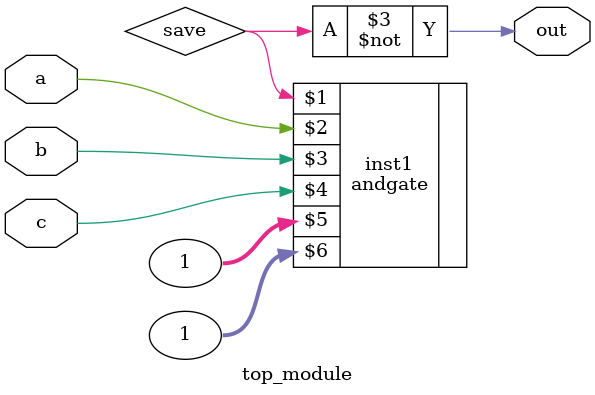
<source format=v>
module top_module (input a, input b, input c, output out);

    wire save;
    andgate inst1 (save, a, b, c, 1, 1);
    assign out = ~save;

endmodule

</source>
